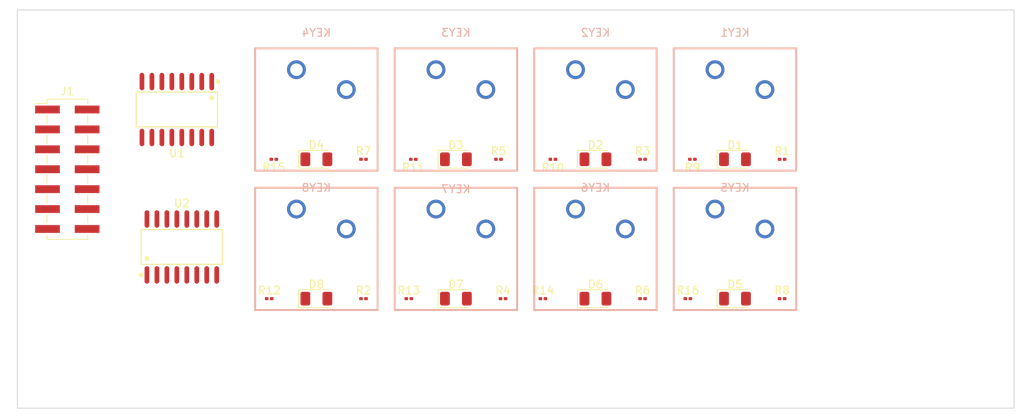
<source format=kicad_pcb>
(kicad_pcb (version 20221018) (generator pcbnew)
  (layers (0 "F.Cu" signal) (31 "B.Cu" signal) (34 "B.Paste" user) (35 "F.Paste" user) (36 "B.SilkS" user "B.Silkscreen") (37 "F.SilkS" user "F.Silkscreen") (38 "B.Mask" user) (39 "F.Mask" user) (44 "Edge.Cuts" user))
  (net 0 "")
  (net 1 "Net-(U1-A)")
  (net 2 "+3V3")
  (net 3 "Net-(U1-B)")
  (net 4 "Net-(U1-C)")
  (net 5 "Net-(U1-D)")
  (net 6 "Net-(U1-E)")
  (net 7 "Net-(U1-F)")
  (net 8 "Net-(U1-G)")
  (net 9 "Net-(U1-H)")
  (net 10 "GND")
  (net 11 "Net-(D1-K)")
  (net 12 "Net-(D1-A)")
  (net 13 "Net-(D2-K)")
  (net 14 "Net-(D2-A)")
  (net 15 "Net-(D3-K)")
  (net 16 "Net-(D3-A)")
  (net 17 "Net-(D4-K)")
  (net 18 "Net-(D4-A)")
  (net 19 "Net-(D5-K)")
  (net 20 "Net-(D5-A)")
  (net 21 "Net-(D6-K)")
  (net 22 "Net-(D6-A)")
  (net 23 "Net-(D7-K)")
  (net 24 "Net-(D7-A)")
  (net 25 "Net-(D8-K)")
  (net 26 "Net-(D8-A)")
  (net 27 "Net-(J1-Pin_1)")
  (net 28 "Net-(J1-Pin_2)")
  (net 29 "Net-(J1-Pin_3)")
  (net 30 "Net-(J1-Pin_4)")
  (net 31 "Net-(J1-Pin_5)")
  (net 32 "Net-(J1-Pin_6)")
  (net 33 "Net-(J1-Pin_7)")
  (net 34 "Net-(J1-Pin_8)")
  (net 35 "Net-(J1-Pin_9)")
  (net 36 "Net-(J1-Pin_10)")
  (net 37 "Net-(J1-Pin_11)")
  (net 38 "Net-(J1-Pin_12)")
  (footprint "Resistor_SMD:R_0201_0603Metric" (layer "F.Cu") (at 100.675 113.03)
    (fp_text reference "R13" (at 0 -1.05) (layer "F.SilkS"))
    (fp_text value "180")
    (pad "1" smd roundrect (at -0.32 0) (size 0.46 0.4) (layers "F.Cu" "F.Mask") (net 10 "GND"))
    (pad "2" smd roundrect (at 0.32 0) (size 0.46 0.4) (layers "F.Cu" "F.Mask") (net 23 "Net-(D7-K)"))
  )
  (footprint "Resistor_SMD:R_0201_0603Metric" (layer "F.Cu") (at 101.255 95.25 180)
    (fp_text reference "R11" (at 0 -1.05) (layer "F.SilkS"))
    (fp_text value "180")
    (pad "1" smd roundrect (at -0.32 0 180) (size 0.46 0.4) (layers "F.Cu" "F.Mask") (net 15 "Net-(D3-K)"))
    (pad "2" smd roundrect (at 0.32 0 180) (size 0.46 0.4) (layers "F.Cu" "F.Mask") (net 10 "GND"))
  )
  (footprint "Resistor_SMD:R_0201_0603Metric" (layer "F.Cu") (at 83.475 95.25 180)
    (fp_text reference "R15" (at 0 -1.05) (layer "F.SilkS"))
    (fp_text value "180")
    (pad "1" smd roundrect (at -0.32 0 180) (size 0.46 0.4) (layers "F.Cu" "F.Mask") (net 17 "Net-(D4-K)"))
    (pad "2" smd roundrect (at 0.32 0 180) (size 0.46 0.4) (layers "F.Cu" "F.Mask") (net 10 "GND"))
  )
  (footprint "LED_SMD:LED_1206_3216Metric" (layer "F.Cu") (at 124.46 95.25)
    (fp_text reference "D2" (at 0 -1.82) (layer "F.SilkS"))
    (fp_text value "LED")
    (fp_line (start -2.285 -1.135) (end -2.285 1.135) (stroke (width 0.12)) (layer "F.SilkS"))
    (fp_line (start -2.285 1.135) (end 1.6 1.135) (stroke (width 0.12)) (layer "F.SilkS"))
    (fp_line (start 1.6 -1.135) (end -2.285 -1.135) (stroke (width 0.12)) (layer "F.SilkS"))
    (pad "1" smd roundrect (at -1.4 0) (size 1.25 1.75) (layers "F.Cu" "F.Paste" "F.Mask") (roundrect_rratio 0.2) (net 13 "Net-(D2-K)"))
    (pad "2" smd roundrect (at 1.4 0) (size 1.25 1.75) (layers "F.Cu" "F.Paste" "F.Mask") (roundrect_rratio 0.2) (net 14 "Net-(D2-A)"))
  )
  (footprint "Resistor_SMD:R_0201_0603Metric" (layer "F.Cu") (at 112.105004 95.25)
    (fp_text reference "R5" (at 0 -1.05) (layer "F.SilkS"))
    (fp_text value "10k")
    (pad "1" smd roundrect (at -0.32 0) (size 0.46 0.4) (layers "F.Cu" "F.Mask") (net 4 "Net-(U1-C)"))
    (pad "2" smd roundrect (at 0.32 0) (size 0.46 0.4) (layers "F.Cu" "F.Mask") (net 10 "GND"))
  )
  (footprint "Resistor_SMD:R_0201_0603Metric" (layer "F.Cu") (at 130.465001 113.03)
    (fp_text reference "R6" (at 0 -1.05) (layer "F.SilkS"))
    (fp_text value "10k")
    (pad "1" smd roundrect (at -0.32 0) (size 0.46 0.4) (layers "F.Cu" "F.Mask") (net 10 "GND"))
    (pad "2" smd roundrect (at 0.32 0) (size 0.46 0.4) (layers "F.Cu" "F.Mask") (net 7 "Net-(U1-F)"))
  )
  (footprint "Resistor_SMD:R_0201_0603Metric" (layer "F.Cu") (at 148.245001 113.03)
    (fp_text reference "R8" (at 0 -1.05) (layer "F.SilkS"))
    (fp_text value "10k")
    (pad "1" smd roundrect (at -0.32 0) (size 0.46 0.4) (layers "F.Cu" "F.Mask") (net 10 "GND"))
    (pad "2" smd roundrect (at 0.32 0) (size 0.46 0.4) (layers "F.Cu" "F.Mask") (net 6 "Net-(U1-E)"))
  )
  (footprint "LED_SMD:LED_1206_3216Metric" (layer "F.Cu") (at 88.9 95.25)
    (fp_text reference "D4" (at 0 -1.82) (layer "F.SilkS"))
    (fp_text value "LED")
    (fp_line (start -2.285 -1.135) (end -2.285 1.135) (stroke (width 0.12)) (layer "F.SilkS"))
    (fp_line (start -2.285 1.135) (end 1.6 1.135) (stroke (width 0.12)) (layer "F.SilkS"))
    (fp_line (start 1.6 -1.135) (end -2.285 -1.135) (stroke (width 0.12)) (layer "F.SilkS"))
    (pad "1" smd roundrect (at -1.4 0) (size 1.25 1.75) (layers "F.Cu" "F.Paste" "F.Mask") (roundrect_rratio 0.2) (net 17 "Net-(D4-K)"))
    (pad "2" smd roundrect (at 1.4 0) (size 1.25 1.75) (layers "F.Cu" "F.Paste" "F.Mask") (roundrect_rratio 0.2) (net 18 "Net-(D4-A)"))
  )
  (footprint "LED_SMD:LED_1206_3216Metric" (layer "F.Cu") (at 88.9 113.03)
    (fp_text reference "D8" (at 0 -1.82) (layer "F.SilkS"))
    (fp_text value "LED")
    (fp_line (start -2.285 -1.135) (end -2.285 1.135) (stroke (width 0.12)) (layer "F.SilkS"))
    (fp_line (start -2.285 1.135) (end 1.6 1.135) (stroke (width 0.12)) (layer "F.SilkS"))
    (fp_line (start 1.6 -1.135) (end -2.285 -1.135) (stroke (width 0.12)) (layer "F.SilkS"))
    (pad "1" smd roundrect (at -1.4 0) (size 1.25 1.75) (layers "F.Cu" "F.Paste" "F.Mask") (roundrect_rratio 0.2) (net 25 "Net-(D8-K)"))
    (pad "2" smd roundrect (at 1.4 0) (size 1.25 1.75) (layers "F.Cu" "F.Paste" "F.Mask") (roundrect_rratio 0.2) (net 26 "Net-(D8-A)"))
  )
  (footprint "LED_SMD:LED_1206_3216Metric" (layer "F.Cu") (at 124.46 113.03)
    (fp_text reference "D6" (at 0 -1.82) (layer "F.SilkS"))
    (fp_text value "LED")
    (fp_line (start -2.285 -1.135) (end -2.285 1.135) (stroke (width 0.12)) (layer "F.SilkS"))
    (fp_line (start -2.285 1.135) (end 1.6 1.135) (stroke (width 0.12)) (layer "F.SilkS"))
    (fp_line (start 1.6 -1.135) (end -2.285 -1.135) (stroke (width 0.12)) (layer "F.SilkS"))
    (pad "1" smd roundrect (at -1.4 0) (size 1.25 1.75) (layers "F.Cu" "F.Paste" "F.Mask") (roundrect_rratio 0.2) (net 21 "Net-(D6-K)"))
    (pad "2" smd roundrect (at 1.4 0) (size 1.25 1.75) (layers "F.Cu" "F.Paste" "F.Mask") (roundrect_rratio 0.2) (net 22 "Net-(D6-A)"))
  )
  (footprint "Resistor_SMD:R_0201_0603Metric" (layer "F.Cu") (at 119.035004 95.25 180)
    (fp_text reference "R10" (at 0 -1.05) (layer "F.SilkS"))
    (fp_text value "180")
    (pad "1" smd roundrect (at -0.32 0 180) (size 0.46 0.4) (layers "F.Cu" "F.Mask") (net 13 "Net-(D2-K)"))
    (pad "2" smd roundrect (at 0.32 0 180) (size 0.46 0.4) (layers "F.Cu" "F.Mask") (net 10 "GND"))
  )
  (footprint "Resistor_SMD:R_0201_0603Metric" (layer "F.Cu") (at 82.895 113.03)
    (fp_text reference "R12" (at 0 -1.05) (layer "F.SilkS"))
    (fp_text value "180")
    (pad "1" smd roundrect (at -0.32 0) (size 0.46 0.4) (layers "F.Cu" "F.Mask") (net 10 "GND"))
    (pad "2" smd roundrect (at 0.32 0) (size 0.46 0.4) (layers "F.Cu" "F.Mask") (net 25 "Net-(D8-K)"))
  )
  (footprint "footprint:SOP-16_L10.3-W5.4-P1.27-LS7.8-BL" (layer "F.Cu") (at 71.754991 106.435405)
    (fp_text reference "U2" (at 0 -5.565405) (layer "F.SilkS"))
    (fp_text value "SN74HC595NSR")
    (fp_line (start -5.1762 -2.221412) (end 5.1762 -2.221412) (stroke (width 0.1524)) (layer "F.SilkS"))
    (fp_line (start -5.1762 2.221412) (end -5.1762 -2.221412) (stroke (width 0.1524)) (layer "F.SilkS"))
    (fp_line (start 5.1762 -2.221412) (end 5.1762 2.221412) (stroke (width 0.1524)) (layer "F.SilkS"))
    (fp_line (start 5.1762 2.221412) (end -5.1762 2.221412) (stroke (width 0.1524)) (layer "F.SilkS"))
    (fp_circle (center -5.20701 3.556007) (end -5.056896 3.556007) (stroke (width 0.3)) (fill none) (layer "F.SilkS"))
    (fp_circle (center -5.150013 3.9) (end -5.120015 3.9) (stroke (width 0.059995)) (fill none) (layer "F.SilkS"))
    (fp_circle (center -4.445009 1.469139) (end -4.294895 1.469139) (stroke (width 0.3)) (fill none) (layer "F.SilkS"))
    (pad "1" smd oval (at -4.445009 3.565405) (size 0.602007 2.231013) (layers "F.Cu" "F.Paste" "F.Mask") (net 14 "Net-(D2-A)"))
    (pad "2" smd oval (at -3.175006 3.565405) (size 0.602007 2.231013) (layers "F.Cu" "F.Paste" "F.Mask") (net 16 "Net-(D3-A)"))
    (pad "3" smd oval (at -1.905004 3.565405) (size 0.602007 2.231013) (layers "F.Cu" "F.Paste" "F.Mask") (net 18 "Net-(D4-A)"))
    (pad "4" smd oval (at -0.635001 3.565405) (size 0.602007 2.231013) (layers "F.Cu" "F.Paste" "F.Mask") (net 20 "Net-(D5-A)"))
    (pad "5" smd oval (at 0.635001 3.565405) (size 0.602007 2.231013) (layers "F.Cu" "F.Paste" "F.Mask") (net 22 "Net-(D6-A)"))
    (pad "6" smd oval (at 1.905004 3.565405) (size 0.602007 2.231013) (layers "F.Cu" "F.Paste" "F.Mask") (net 24 "Net-(D7-A)"))
    (pad "7" smd oval (at 3.175006 3.565405) (size 0.602007 2.231013) (layers "F.Cu" "F.Paste" "F.Mask") (net 26 "Net-(D8-A)"))
    (pad "8" smd oval (at 4.445009 3.565405) (size 0.602007 2.231013) (layers "F.Cu" "F.Paste" "F.Mask") (net 10 "GND"))
    (pad "9" smd oval (at 4.445009 -3.565405) (size 0.602007 2.231013) (layers "F.Cu" "F.Paste" "F.Mask") (net 37 "Net-(J1-Pin_11)"))
    (pad "10" smd oval (at 3.175006 -3.565405) (size 0.602007 2.231013) (layers "F.Cu" "F.Paste" "F.Mask") (net 35 "Net-(J1-Pin_9)"))
    (pad "11" smd oval (at 1.905004 -3.565405) (size 0.602007 2.231013) (layers "F.Cu" "F.Paste" "F.Mask") (net 33 "Net-(J1-Pin_7)"))
    (pad "12" smd oval (at 0.635001 -3.565405) (size 0.602007 2.231013) (layers "F.Cu" "F.Paste" "F.Mask") (net 31 "Net-(J1-Pin_5)"))
    (pad "13" smd oval (at -0.635001 -3.565405) (size 0.602007 2.231013) (layers "F.Cu" "F.Paste" "F.Mask") (net 29 "Net-(J1-Pin_3)"))
    (pad "14" smd oval (at -1.905004 -3.565405) (size 0.602007 2.231013) (layers "F.Cu" "F.Paste" "F.Mask") (net 27 "Net-(J1-Pin_1)"))
    (pad "15" smd oval (at -3.175006 -3.565405) (size 0.602007 2.231013) (layers "F.Cu" "F.Paste" "F.Mask") (net 12 "Net-(D1-A)"))
    (pad "16" smd oval (at -4.445009 -3.565405) (size 0.602007 2.231013) (layers "F.Cu" "F.Paste" "F.Mask") (net 2 "+3V3"))
  )
  (footprint "Connector_PinHeader_2.54mm:PinHeader_2x07_P2.54mm_Vertical_SMD" (layer "F.Cu") (at 57.165 96.52)
    (fp_text reference "J1" (at 0 -9.95) (layer "F.SilkS"))
    (fp_text value "Conn_02x07_Odd_Even")
    (fp_line (start -4.04 -8.38) (end -2.6 -8.38) (stroke (width 0.12)) (layer "F.SilkS"))
    (fp_line (start -2.6 -8.95) (end -2.6 -8.38) (stroke (width 0.12)) (layer "F.SilkS"))
    (fp_line (start -2.6 -8.95) (end 2.6 -8.95) (stroke (width 0.12)) (layer "F.SilkS"))
    (fp_line (start -2.6 -6.86) (end -2.6 -5.84) (stroke (width 0.12)) (layer "F.SilkS"))
    (fp_line (start -2.6 -4.32) (end -2.6 -3.3) (stroke (width 0.12)) (layer "F.SilkS"))
    (fp_line (start -2.6 -1.78) (end -2.6 -0.76) (stroke (width 0.12)) (layer "F.SilkS"))
    (fp_line (start -2.6 0.76) (end -2.6 1.78) (stroke (width 0.12)) (layer "F.SilkS"))
    (fp_line (start -2.6 3.3) (end -2.6 4.32) (stroke (width 0.12)) (layer "F.SilkS"))
    (fp_line (start -2.6 5.84) (end -2.6 6.86) (stroke (width 0.12)) (layer "F.SilkS"))
    (fp_line (start -2.6 8.38) (end -2.6 8.95) (stroke (width 0.12)) (layer "F.SilkS"))
    (fp_line (start -2.6 8.95) (end 2.6 8.95) (stroke (width 0.12)) (layer "F.SilkS"))
    (fp_line (start 2.6 -8.95) (end 2.6 -8.38) (stroke (width 0.12)) (layer "F.SilkS"))
    (fp_line (start 2.6 -6.86) (end 2.6 -5.84) (stroke (width 0.12)) (layer "F.SilkS"))
    (fp_line (start 2.6 -4.32) (end 2.6 -3.3) (stroke (width 0.12)) (layer "F.SilkS"))
    (fp_line (start 2.6 -1.78) (end 2.6 -0.76) (stroke (width 0.12)) (layer "F.SilkS"))
    (fp_line (start 2.6 0.76) (end 2.6 1.78) (stroke (width 0.12)) (layer "F.SilkS"))
    (fp_line (start 2.6 3.3) (end 2.6 4.32) (stroke (width 0.12)) (layer "F.SilkS"))
    (fp_line (start 2.6 5.84) (end 2.6 6.86) (stroke (width 0.12)) (layer "F.SilkS"))
    (fp_line (start 2.6 8.38) (end 2.6 8.95) (stroke (width 0.12)) (layer "F.SilkS"))
    (pad "1" smd rect (at -2.525 -7.62) (size 3.15 1) (layers "F.Cu" "F.Paste" "F.Mask") (net 27 "Net-(J1-Pin_1)"))
    (pad "2" smd rect (at 2.525 -7.62) (size 3.15 1) (layers "F.Cu" "F.Paste" "F.Mask") (net 28 "Net-(J1-Pin_2)"))
    (pad "3" smd rect (at -2.525 -5.08) (size 3.15 1) (layers "F.Cu" "F.Paste" "F.Mask") (net 29 "Net-(J1-Pin_3)"))
    (pad "4" smd rect (at 2.525 -5.08) (size 3.15 1) (layers "F.Cu" "F.Paste" "F.Mask") (net 30 "Net-(J1-Pin_4)"))
    (pad "5" smd rect (at -2.525 -2.54) (size 3.15 1) (layers "F.Cu" "F.Paste" "F.Mask") (net 31 "Net-(J1-Pin_5)"))
    (pad "6" smd rect (at 2.525 -2.54) (size 3.15 1) (layers "F.Cu" "F.Paste" "F.Mask") (net 32 "Net-(J1-Pin_6)"))
    (pad "7" smd rect (at -2.525 0) (size 3.15 1) (layers "F.Cu" "F.Paste" "F.Mask") (net 33 "Net-(J1-Pin_7)"))
    (pad "8" smd rect (at 2.525 0) (size 3.15 1) (layers "F.Cu" "F.Paste" "F.Mask") (net 34 "Net-(J1-Pin_8)"))
    (pad "9" smd rect (at -2.525 2.54) (size 3.15 1) (layers "F.Cu" "F.Paste" "F.Mask") (net 35 "Net-(J1-Pin_9)"))
    (pad "10" smd rect (at 2.525 2.54) (size 3.15 1) (layers "F.Cu" "F.Paste" "F.Mask") (net 36 "Net-(J1-Pin_10)"))
    (pad "11" smd rect (at -2.525 5.08) (size 3.15 1) (layers "F.Cu" "F.Paste" "F.Mask") (net 37 "Net-(J1-Pin_11)"))
    (pad "12" smd rect (at 2.525 5.08) (size 3.15 1) (layers "F.Cu" "F.Paste" "F.Mask") (net 38 "Net-(J1-Pin_12)"))
    (pad "13" smd rect (at -2.525 7.62) (size 3.15 1) (layers "F.Cu" "F.Paste" "F.Mask") (net 2 "+3V3"))
    (pad "14" smd rect (at 2.525 7.62) (size 3.15 1) (layers "F.Cu" "F.Paste" "F.Mask") (net 10 "GND"))
  )
  (footprint "Resistor_SMD:R_0201_0603Metric" (layer "F.Cu") (at 130.465 95.25)
    (fp_text reference "R3" (at 0 -1.05) (layer "F.SilkS"))
    (fp_text value "10k")
    (pad "1" smd roundrect (at -0.32 0) (size 0.46 0.4) (layers "F.Cu" "F.Mask") (net 3 "Net-(U1-B)"))
    (pad "2" smd roundrect (at 0.32 0) (size 0.46 0.4) (layers "F.Cu" "F.Mask") (net 10 "GND"))
  )
  (footprint "LED_SMD:LED_1206_3216Metric" (layer "F.Cu") (at 106.68 95.25001)
    (fp_text reference "D3" (at 0 -1.82) (layer "F.SilkS"))
    (fp_text value "LED")
    (fp_line (start -2.285 -1.135) (end -2.285 1.135) (stroke (width 0.12)) (layer "F.SilkS"))
    (fp_line (start -2.285 1.135) (end 1.6 1.135) (stroke (width 0.12)) (layer "F.SilkS"))
    (fp_line (start 1.6 -1.135) (end -2.285 -1.135) (stroke (width 0.12)) (layer "F.SilkS"))
    (pad "1" smd roundrect (at -1.4 0) (size 1.25 1.75) (layers "F.Cu" "F.Paste" "F.Mask") (roundrect_rratio 0.2) (net 15 "Net-(D3-K)"))
    (pad "2" smd roundrect (at 1.4 0) (size 1.25 1.75) (layers "F.Cu" "F.Paste" "F.Mask") (roundrect_rratio 0.2) (net 16 "Net-(D3-A)"))
  )
  (footprint "Resistor_SMD:R_0201_0603Metric" (layer "F.Cu") (at 94.905 95.25)
    (fp_text reference "R7" (at 0 -1.05) (layer "F.SilkS"))
    (fp_text value "10k")
    (pad "1" smd roundrect (at -0.32 0) (size 0.46 0.4) (layers "F.Cu" "F.Mask") (net 5 "Net-(U1-D)"))
    (pad "2" smd roundrect (at 0.32 0) (size 0.46 0.4) (layers "F.Cu" "F.Mask") (net 10 "GND"))
  )
  (footprint "Resistor_SMD:R_0201_0603Metric" (layer "F.Cu") (at 136.815004 95.25 180)
    (fp_text reference "R9" (at 0 -1.05) (layer "F.SilkS"))
    (fp_text value "180")
    (pad "1" smd roundrect (at -0.32 0 180) (size 0.46 0.4) (layers "F.Cu" "F.Mask") (net 11 "Net-(D1-K)"))
    (pad "2" smd roundrect (at 0.32 0 180) (size 0.46 0.4) (layers "F.Cu" "F.Mask") (net 10 "GND"))
  )
  (footprint "Resistor_SMD:R_0201_0603Metric" (layer "F.Cu") (at 136.235 113.03)
    (fp_text reference "R16" (at 0 -1.05) (layer "F.SilkS"))
    (fp_text value "180")
    (pad "1" smd roundrect (at -0.32 0) (size 0.46 0.4) (layers "F.Cu" "F.Mask") (net 10 "GND"))
    (pad "2" smd roundrect (at 0.32 0) (size 0.46 0.4) (layers "F.Cu" "F.Mask") (net 19 "Net-(D5-K)"))
  )
  (footprint "Resistor_SMD:R_0201_0603Metric" (layer "F.Cu") (at 117.765 113.03)
    (fp_text reference "R14" (at 0 -1.05) (layer "F.SilkS"))
    (fp_text value "180")
    (pad "1" smd roundrect (at -0.32 0) (size 0.46 0.4) (layers "F.Cu" "F.Mask") (net 10 "GND"))
    (pad "2" smd roundrect (at 0.32 0) (size 0.46 0.4) (layers "F.Cu" "F.Mask") (net 21 "Net-(D6-K)"))
  )
  (footprint "footprint:SOP-16_L10.3-W5.4-P1.27-LS7.8-BL" (layer "F.Cu") (at 71.12 88.9 180)
    (fp_text reference "U1" (at 0 -5.565405) (layer "F.SilkS"))
    (fp_text value "SN74HC165NSR")
    (fp_line (start -5.1762 -2.221412) (end 5.1762 -2.221412) (stroke (width 0.1524)) (layer "F.SilkS"))
    (fp_line (start -5.1762 2.221412) (end -5.1762 -2.221412) (stroke (width 0.1524)) (layer "F.SilkS"))
    (fp_line (start 5.1762 -2.221412) (end 5.1762 2.221412) (stroke (width 0.1524)) (layer "F.SilkS"))
    (fp_line (start 5.1762 2.221412) (end -5.1762 2.221412) (stroke (width 0.1524)) (layer "F.SilkS"))
    (fp_circle (center -5.20701 3.556007) (end -5.056896 3.556007) (stroke (width 0.3)) (fill none) (layer "F.SilkS"))
    (fp_circle (center -5.150013 3.9) (end -5.120015 3.9) (stroke (width 0.059995)) (fill none) (layer "F.SilkS"))
    (fp_circle (center -4.445009 1.469139) (end -4.294895 1.469139) (stroke (width 0.3)) (fill none) (layer "F.SilkS"))
    (pad "1" smd oval (at -4.445009 3.565405 180) (size 0.602007 2.231013) (layers "F.Cu" "F.Paste" "F.Mask") (net 30 "Net-(J1-Pin_4)"))
    (pad "2" smd oval (at -3.175006 3.565405 180) (size 0.602007 2.231013) (layers "F.Cu" "F.Paste" "F.Mask") (net 32 "Net-(J1-Pin_6)"))
    (pad "3" smd oval (at -1.905004 3.565405 180) (size 0.602007 2.231013) (layers "F.Cu" "F.Paste" "F.Mask") (net 6 "Net-(U1-E)"))
    (pad "4" smd oval (at -0.635001 3.565405 180) (size 0.602007 2.231013) (layers "F.Cu" "F.Paste" "F.Mask") (net 7 "Net-(U1-F)"))
    (pad "5" smd oval (at 0.635001 3.565405 180) (size 0.602007 2.231013) (layers "F.Cu" "F.Paste" "F.Mask") (net 8 "Net-(U1-G)"))
    (pad "6" smd oval (at 1.905004 3.565405 180) (size 0.602007 2.231013) (layers "F.Cu" "F.Paste" "F.Mask") (net 9 "Net-(U1-H)"))
    (pad "7" smd oval (at 3.175006 3.565405 180) (size 0.602007 2.231013) (layers "F.Cu" "F.Paste" "F.Mask") (net 34 "Net-(J1-Pin_8)"))
    (pad "8" smd oval (at 4.445009 3.565405 180) (size 0.602007 2.231013) (layers "F.Cu" "F.Paste" "F.Mask") (net 10 "GND"))
    (pad "9" smd oval (at 4.445009 -3.565405 180) (size 0.602007 2.231013) (layers "F.Cu" "F.Paste" "F.Mask") (net 36 "Net-(J1-Pin_10)"))
    (pad "10" smd oval (at 3.175006 -3.565405 180) (size 0.602007 2.231013) (layers "F.Cu" "F.Paste" "F.Mask") (net 38 "Net-(J1-Pin_12)"))
    (pad "11" smd oval (at 1.905004 -3.565405 180) (size 0.602007 2.231013) (layers "F.Cu" "F.Paste" "F.Mask") (net 1 "Net-(U1-A)"))
    (pad "12" smd oval (at 0.635001 -3.565405 180) (size 0.602007 2.231013) (layers "F.Cu" "F.Paste" "F.Mask") (net 3 "Net-(U1-B)"))
    (pad "13" smd oval (at -0.635001 -3.565405 180) (size 0.602007 2.231013) (layers "F.Cu" "F.Paste" "F.Mask") (net 4 "Net-(U1-C)"))
    (pad "14" smd oval (at -1.905004 -3.565405 180) (size 0.602007 2.231013) (layers "F.Cu" "F.Paste" "F.Mask") (net 5 "Net-(U1-D)"))
    (pad "15" smd oval (at -3.175006 -3.565405 180) (size 0.602007 2.231013) (layers "F.Cu" "F.Paste" "F.Mask") (net 28 "Net-(J1-Pin_2)"))
    (pad "16" smd oval (at -4.445009 -3.565405 180) (size 0.602007 2.231013) (layers "F.Cu" "F.Paste" "F.Mask") (net 2 "+3V3"))
  )
  (footprint "LED_SMD:LED_1206_3216Metric" (layer "F.Cu") (at 106.68 113.03)
    (fp_text reference "D7" (at 0 -1.82) (layer "F.SilkS"))
    (fp_text value "LED")
    (fp_line (start -2.285 -1.135) (end -2.285 1.135) (stroke (width 0.12)) (layer "F.SilkS"))
    (fp_line (start -2.285 1.135) (end 1.6 1.135) (stroke (width 0.12)) (layer "F.SilkS"))
    (fp_line (start 1.6 -1.135) (end -2.285 -1.135) (stroke (width 0.12)) (layer "F.SilkS"))
    (pad "1" smd roundrect (at -1.4 0) (size 1.25 1.75) (layers "F.Cu" "F.Paste" "F.Mask") (roundrect_rratio 0.2) (net 23 "Net-(D7-K)"))
    (pad "2" smd roundrect (at 1.4 0) (size 1.25 1.75) (layers "F.Cu" "F.Paste" "F.Mask") (roundrect_rratio 0.2) (net 24 "Net-(D7-A)"))
  )
  (footprint "Resistor_SMD:R_0201_0603Metric" (layer "F.Cu") (at 112.685 113.03)
    (fp_text reference "R4" (at 0 -1.05) (layer "F.SilkS"))
    (fp_text value "10k")
    (pad "1" smd roundrect (at -0.32 0) (size 0.46 0.4) (layers "F.Cu" "F.Mask") (net 10 "GND"))
    (pad "2" smd roundrect (at 0.32 0) (size 0.46 0.4) (layers "F.Cu" "F.Mask") (net 8 "Net-(U1-G)"))
  )
  (footprint "Resistor_SMD:R_0201_0603Metric" (layer "F.Cu") (at 94.905 113.03)
    (fp_text reference "R2" (at 0 -1.05) (layer "F.SilkS"))
    (fp_text value "10k")
    (pad "1" smd roundrect (at -0.32 0) (size 0.46 0.4) (layers "F.Cu" "F.Mask") (net 10 "GND"))
    (pad "2" smd roundrect (at 0.32 0) (size 0.46 0.4) (layers "F.Cu" "F.Mask") (net 9 "Net-(U1-H)"))
  )
  (footprint "LED_SMD:LED_1206_3216Metric" (layer "F.Cu") (at 142.24 113.03)
    (fp_text reference "D5" (at 0 -1.82) (layer "F.SilkS"))
    (fp_text value "LED")
    (fp_line (start -2.285 -1.135) (end -2.285 1.135) (stroke (width 0.12)) (layer "F.SilkS"))
    (fp_line (start -2.285 1.135) (end 1.6 1.135) (stroke (width 0.12)) (layer "F.SilkS"))
    (fp_line (start 1.6 -1.135) (end -2.285 -1.135) (stroke (width 0.12)) (layer "F.SilkS"))
    (pad "1" smd roundrect (at -1.4 0) (size 1.25 1.75) (layers "F.Cu" "F.Paste" "F.Mask") (roundrect_rratio 0.2) (net 19 "Net-(D5-K)"))
    (pad "2" smd roundrect (at 1.4 0) (size 1.25 1.75) (layers "F.Cu" "F.Paste" "F.Mask") (roundrect_rratio 0.2) (net 20 "Net-(D5-A)"))
  )
  (footprint "LED_SMD:LED_1206_3216Metric" (layer "F.Cu") (at 142.24 95.25)
    (fp_text reference "D1" (at 0 -1.82) (layer "F.SilkS"))
    (fp_text value "LED")
    (fp_line (start -2.285 -1.135) (end -2.285 1.135) (stroke (width 0.12)) (layer "F.SilkS"))
    (fp_line (start -2.285 1.135) (end 1.6 1.135) (stroke (width 0.12)) (layer "F.SilkS"))
    (fp_line (start 1.6 -1.135) (end -2.285 -1.135) (stroke (width 0.12)) (layer "F.SilkS"))
    (pad "1" smd roundrect (at -1.4 0) (size 1.25 1.75) (layers "F.Cu" "F.Paste" "F.Mask") (roundrect_rratio 0.2) (net 11 "Net-(D1-K)"))
    (pad "2" smd roundrect (at 1.4 0) (size 1.25 1.75) (layers "F.Cu" "F.Paste" "F.Mask") (roundrect_rratio 0.2) (net 12 "Net-(D1-A)"))
  )
  (footprint "Resistor_SMD:R_0201_0603Metric" (layer "F.Cu") (at 148.245006 95.25)
    (fp_text reference "R1" (at 0 -1.05) (layer "F.SilkS"))
    (fp_text value "10k")
    (pad "1" smd roundrect (at -0.32 0) (size 0.46 0.4) (layers "F.Cu" "F.Mask") (net 1 "Net-(U1-A)"))
    (pad "2" smd roundrect (at 0.32 0) (size 0.46 0.4) (layers "F.Cu" "F.Mask") (net 10 "GND"))
  )
  (footprint "footprint:KEY-TH_CPG151101D21X" (layer "B.Cu") (at 107.315005 85.090002 180)
    (fp_text reference "KEY3" (at 0.635001 5.990018) (layer "B.SilkS") (effects (justify mirror)))
    (fp_text value "CPG151101D212")
    (fp_line (start -7.165024 -11.610033) (end 8.435027 -11.610033) (stroke (width 0.254)) (layer "B.SilkS"))
    (fp_line (start -7.165024 3.990018) (end -7.165024 -11.610033) (stroke (width 0.254)) (layer "B.SilkS"))
    (fp_line (start -7.165024 3.990018) (end 8.435027 3.990018) (stroke (width 0.254)) (layer "B.SilkS"))
    (fp_line (start 8.435027 3.990018) (end 8.435027 -11.610033) (stroke (width 0.254)) (layer "B.SilkS"))
    (fp_circle (center -6.365024 -11.610084) (end -6.335027 -11.610084) (stroke (width 0.059995)) (fill none) (layer "B.SilkS"))
    (pad "" np_thru_hole circle (at 0.635001 -3.810008 180) (size 4.2 4.2) (drill 4.2) (layers "*.Cu" "*.Mask"))
    (pad "1" thru_hole circle (at -3.175006 -1.270003 180) (size 2.4 2.4) (drill 1.6) (layers "*.Cu" "*.Mask") (net 4 "Net-(U1-C)"))
    (pad "2" thru_hole circle (at 3.175006 1.270003 180) (size 2.4 2.4) (drill 1.6) (layers "*.Cu" "*.Mask") (net 2 "+3V3"))
  )
  (footprint "footprint:KEY-TH_CPG151101D21X" (layer "B.Cu") (at 125.095002 85.090003 180)
    (fp_text reference "KEY2" (at 0.635001 5.990018) (layer "B.SilkS") (effects (justify mirror)))
    (fp_text value "CPG151101D212")
    (fp_line (start -7.165024 -11.610033) (end 8.435027 -11.610033) (stroke (width 0.254)) (layer "B.SilkS"))
    (fp_line (start -7.165024 3.990018) (end -7.165024 -11.610033) (stroke (width 0.254)) (layer "B.SilkS"))
    (fp_line (start -7.165024 3.990018) (end 8.435027 3.990018) (stroke (width 0.254)) (layer "B.SilkS"))
    (fp_line (start 8.435027 3.990018) (end 8.435027 -11.610033) (stroke (width 0.254)) (layer "B.SilkS"))
    (fp_circle (center -6.365024 -11.610084) (end -6.335027 -11.610084) (stroke (width 0.059995)) (fill none) (layer "B.SilkS"))
    (pad "" np_thru_hole circle (at 0.635001 -3.810008 180) (size 4.2 4.2) (drill 4.2) (layers "*.Cu" "*.Mask"))
    (pad "1" thru_hole circle (at -3.175006 -1.270003 180) (size 2.4 2.4) (drill 1.6) (layers "*.Cu" "*.Mask") (net 3 "Net-(U1-B)"))
    (pad "2" thru_hole circle (at 3.175006 1.270003 180) (size 2.4 2.4) (drill 1.6) (layers "*.Cu" "*.Mask") (net 2 "+3V3"))
  )
  (footprint "footprint:KEY-TH_CPG151101D21X" (layer "B.Cu") (at 89.535005 102.870002 180)
    (fp_text reference "KEY8" (at 0.635001 3.990018) (layer "B.SilkS") (effects (justify mirror)))
    (fp_text value "CPG151101D212" hide)
    (fp_line (start -7.165024 -11.610033) (end 8.435027 -11.610033) (stroke (width 0.254)) (layer "B.SilkS"))
    (fp_line (start -7.165024 3.990018) (end -7.165024 -11.610033) (stroke (width 0.254)) (layer "B.SilkS"))
    (fp_line (start -7.165024 3.990018) (end 8.435027 3.990018) (stroke (width 0.254)) (layer "B.SilkS"))
    (fp_line (start 8.435027 3.990018) (end 8.435027 -11.610033) (stroke (width 0.254)) (layer "B.SilkS"))
    (fp_circle (center -6.365024 -11.610084) (end -6.335027 -11.610084) (stroke (width 0.059995)) (fill none) (layer "B.SilkS"))
    (pad "" np_thru_hole circle (at 0.635001 -3.810008 180) (size 4.2 4.2) (drill 4.2) (layers "*.Cu" "*.Mask"))
    (pad "1" thru_hole circle (at -3.175006 -1.270003 180) (size 2.4 2.4) (drill 1.6) (layers "*.Cu" "*.Mask") (net 9 "Net-(U1-H)"))
    (pad "2" thru_hole circle (at 3.175006 1.270003 180) (size 2.4 2.4) (drill 1.6) (layers "*.Cu" "*.Mask") (net 2 "+3V3"))
  )
  (footprint "footprint:KEY-TH_CPG151101D21X" (layer "B.Cu") (at 125.095006 102.870003 180)
    (fp_text reference "KEY6" (at 0.635001 3.990018) (layer "B.SilkS") (effects (justify mirror)))
    (fp_text value "CPG151101D212" hide)
    (fp_line (start -7.165024 -11.610033) (end 8.435027 -11.610033) (stroke (width 0.254)) (layer "B.SilkS"))
    (fp_line (start -7.165024 3.990018) (end -7.165024 -11.610033) (stroke (width 0.254)) (layer "B.SilkS"))
    (fp_line (start -7.165024 3.990018) (end 8.435027 3.990018) (stroke (width 0.254)) (layer "B.SilkS"))
    (fp_line (start 8.435027 3.990018) (end 8.435027 -11.610033) (stroke (width 0.254)) (layer "B.SilkS"))
    (fp_circle (center -6.365024 -11.610084) (end -6.335027 -11.610084) (stroke (width 0.059995)) (fill none) (layer "B.SilkS"))
    (pad "" np_thru_hole circle (at 0.635001 -3.810008 180) (size 4.2 4.2) (drill 4.2) (layers "*.Cu" "*.Mask"))
    (pad "1" thru_hole circle (at -3.175006 -1.270003 180) (size 2.4 2.4) (drill 1.6) (layers "*.Cu" "*.Mask") (net 7 "Net-(U1-F)"))
    (pad "2" thru_hole circle (at 3.175006 1.270003 180) (size 2.4 2.4) (drill 1.6) (layers "*.Cu" "*.Mask") (net 2 "+3V3"))
  )
  (footprint "footprint:KEY-TH_CPG151101D21X" (layer "B.Cu") (at 142.875006 102.870003 180)
    (fp_text reference "KEY5" (at 0.635001 3.990018) (layer "B.SilkS") (effects (justify mirror)))
    (fp_text value "CPG151101D212" hide)
    (fp_line (start -7.165024 -11.610033) (end 8.435027 -11.610033) (stroke (width 0.254)) (layer "B.SilkS"))
    (fp_line (start -7.165024 3.990018) (end -7.165024 -11.610033) (stroke (width 0.254)) (layer "B.SilkS"))
    (fp_line (start -7.165024 3.990018) (end 8.435027 3.990018) (stroke (width 0.254)) (layer "B.SilkS"))
    (fp_line (start 8.435027 3.990018) (end 8.435027 -11.610033) (stroke (width 0.254)) (layer "B.SilkS"))
    (fp_circle (center -6.365024 -11.610084) (end -6.335027 -11.610084) (stroke (width 0.059995)) (fill none) (layer "B.SilkS"))
    (pad "" np_thru_hole circle (at 0.635001 -3.810008 180) (size 4.2 4.2) (drill 4.2) (layers "*.Cu" "*.Mask"))
    (pad "1" thru_hole circle (at -3.175006 -1.270003 180) (size 2.4 2.4) (drill 1.6) (layers "*.Cu" "*.Mask") (net 6 "Net-(U1-E)"))
    (pad "2" thru_hole circle (at 3.175006 1.270003 180) (size 2.4 2.4) (drill 1.6) (layers "*.Cu" "*.Mask") (net 2 "+3V3"))
  )
  (footprint "footprint:KEY-TH_CPG151101D21X" (layer "B.Cu") (at 89.535005 85.090003 180)
    (fp_text reference "KEY4" (at 0.635001 5.990018) (layer "B.SilkS") (effects (justify mirror)))
    (fp_text value "CPG151101D212")
    (fp_line (start -7.165024 -11.610033) (end 8.435027 -11.610033) (stroke (width 0.254)) (layer "B.SilkS"))
    (fp_line (start -7.165024 3.990018) (end -7.165024 -11.610033) (stroke (width 0.254)) (layer "B.SilkS"))
    (fp_line (start -7.165024 3.990018) (end 8.435027 3.990018) (stroke (width 0.254)) (layer "B.SilkS"))
    (fp_line (start 8.435027 3.990018) (end 8.435027 -11.610033) (stroke (width 0.254)) (layer "B.SilkS"))
    (fp_circle (center -6.365024 -11.610084) (end -6.335027 -11.610084) (stroke (width 0.059995)) (fill none) (layer "B.SilkS"))
    (pad "" np_thru_hole circle (at 0.635001 -3.810008 180) (size 4.2 4.2) (drill 4.2) (layers "*.Cu" "*.Mask"))
    (pad "1" thru_hole circle (at -3.175006 -1.270003 180) (size 2.4 2.4) (drill 1.6) (layers "*.Cu" "*.Mask") (net 5 "Net-(U1-D)"))
    (pad "2" thru_hole circle (at 3.175006 1.270003 180) (size 2.4 2.4) (drill 1.6) (layers "*.Cu" "*.Mask") (net 2 "+3V3"))
  )
  (footprint "footprint:KEY-TH_CPG151101D21X" (layer "B.Cu") (at 107.315005 102.870002 180)
    (fp_text reference "KEY7" (at 0.635001 3.809992) (layer "B.SilkS") (effects (justify mirror)))
    (fp_text value "CPG151101D212" hide)
    (fp_line (start -7.165024 -11.610033) (end 8.435027 -11.610033) (stroke (width 0.254)) (layer "B.SilkS"))
    (fp_line (start -7.165024 3.990018) (end -7.165024 -11.610033) (stroke (width 0.254)) (layer "B.SilkS"))
    (fp_line (start -7.165024 3.990018) (end 8.435027 3.990018) (stroke (width 0.254)) (layer "B.SilkS"))
    (fp_line (start 8.435027 3.990018) (end 8.435027 -11.610033) (stroke (width 0.254)) (layer "B.SilkS"))
    (fp_circle (center -6.365024 -11.610084) (end -6.335027 -11.610084) (stroke (width 0.059995)) (fill none) (layer "B.SilkS"))
    (pad "" np_thru_hole circle (at 0.635001 -3.810008 180) (size 4.2 4.2) (drill 4.2) (layers "*.Cu" "*.Mask"))
    (pad "1" thru_hole circle (at -3.175006 -1.270003 180) (size 2.4 2.4) (drill 1.6) (layers "*.Cu" "*.Mask") (net 8 "Net-(U1-G)"))
    (pad "2" thru_hole circle (at 3.175006 1.270003 180) (size 2.4 2.4) (drill 1.6) (layers "*.Cu" "*.Mask") (net 2 "+3V3"))
  )
  (footprint "footprint:KEY-TH_CPG151101D21X" (layer "B.Cu") (at 142.875005 85.090002 180)
    (fp_text reference "KEY1" (at 0.635001 5.990018) (layer "B.SilkS") (effects (justify mirror)))
    (fp_text value "CPG151101D212")
    (fp_line (start -7.165024 -11.610033) (end 8.435027 -11.610033) (stroke (width 0.254)) (layer "B.SilkS"))
    (fp_line (start -7.165024 3.990018) (end -7.165024 -11.610033) (stroke (width 0.254)) (layer "B.SilkS"))
    (fp_line (start -7.165024 3.990018) (end 8.435027 3.990018) (stroke (width 0.254)) (layer "B.SilkS"))
    (fp_line (start 8.435027 3.990018) (end 8.435027 -11.610033) (stroke (width 0.254)) (layer "B.SilkS"))
    (fp_circle (center -6.365024 -11.610084) (end -6.335027 -11.610084) (stroke (width 0.059995)) (fill none) (layer "B.SilkS"))
    (pad "" np_thru_hole circle (at 0.635001 -3.810008 180) (size 4.2 4.2) (drill 4.2) (layers "*.Cu" "*.Mask"))
    (pad "1" thru_hole circle (at -3.175006 -1.270003 180) (size 2.4 2.4) (drill 1.6) (layers "*.Cu" "*.Mask") (net 1 "Net-(U1-A)"))
    (pad "2" thru_hole circle (at 3.175006 1.270003 180) (size 2.4 2.4) (drill 1.6) (layers "*.Cu" "*.Mask") (net 2 "+3V3"))
  )
  (gr_line (start 177.8 127) (end 50.8 127) (stroke (width 0.1)) (layer "Edge.Cuts"))
  (gr_line (start 177.8 76.2) (end 177.8 127) (stroke (width 0.1)) (layer "Edge.Cuts"))
  (gr_line (start 50.8 76.2) (end 177.8 76.2) (stroke (width 0.1)) (layer "Edge.Cuts"))
  (gr_line (start 50.8 127) (end 50.8 76.2) (stroke (width 0.1)) (layer "Edge.Cuts"))
)
</source>
